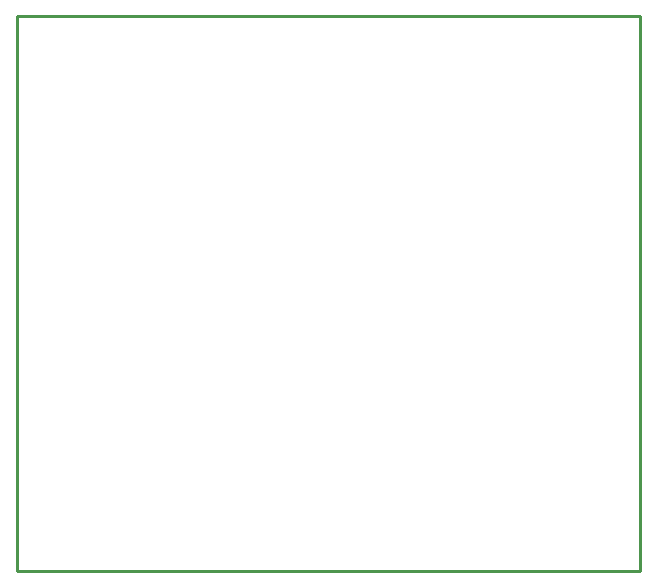
<source format=gko>
G04*
G04 #@! TF.GenerationSoftware,Altium Limited,Altium Designer,20.0.9 (164)*
G04*
G04 Layer_Color=16711935*
%FSLAX25Y25*%
%MOIN*%
G70*
G01*
G75*
%ADD12C,0.01000*%
D12*
X0Y185000D02*
X207500D01*
Y0D02*
Y185000D01*
X0Y0D02*
X207500D01*
X0D02*
Y185000D01*
M02*

</source>
